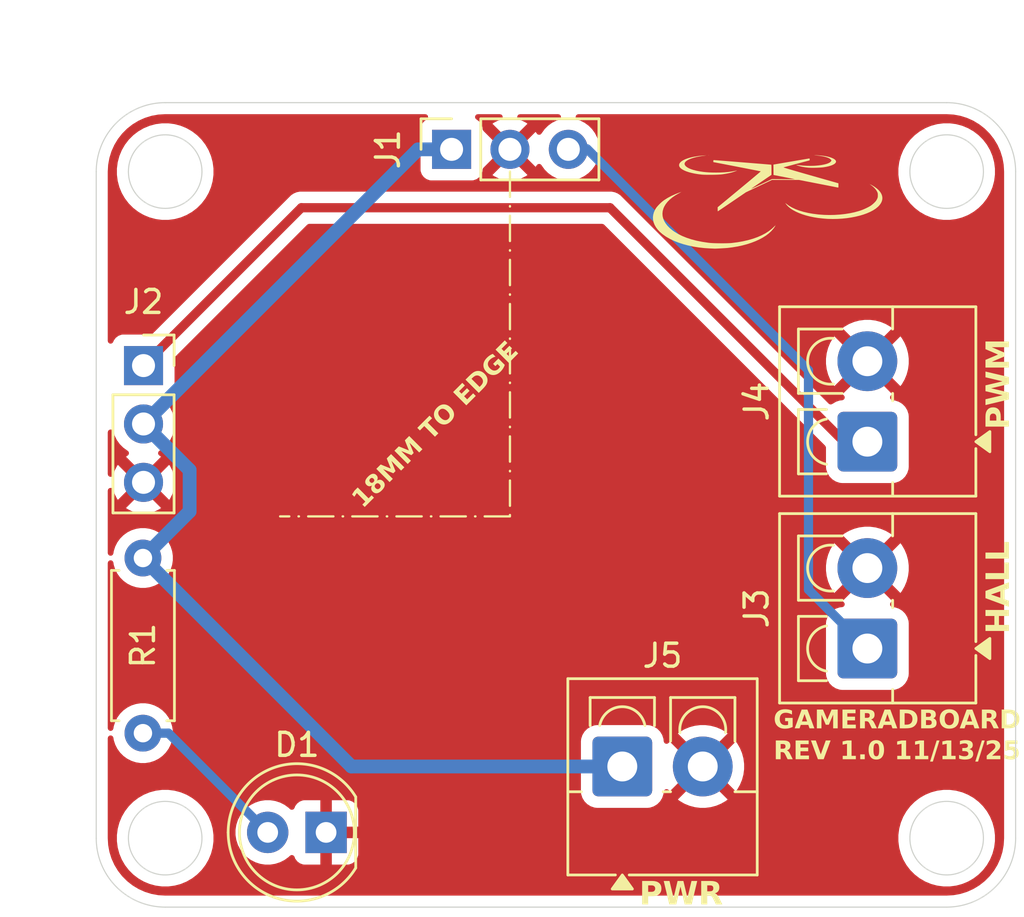
<source format=kicad_pcb>
(kicad_pcb (version 20241229) (generator "pcbnew") (generator_version "9.0")
  (layers (0 "F.Cu" signal) (2 "B.Cu" signal) (13 "F.Paste" user) (15 "B.Paste" user) (5 "F.SilkS" user "F.Silkscreen") (7 "B.SilkS" user "B.Silkscreen") (1 "F.Mask" user) (3 "B.Mask" user) (25 "Edge.Cuts" user))
  (net 0 "")
  (net 1 "GND")
  (net 2 "Net-(D1-A)")
  (net 3 "HALL")
  (net 4 "+5V")
  (net 5 "ESC")
  (footprint "TerminalBlock_4Ucon:TerminalBlock_4Ucon_1x02_P3.50mm_Vertical" (layer "F.Cu") (at 167.888 108.8815)
    (property "Reference" "J5" (at 1.75 -4.82 0) (layer "F.SilkS"))
    (property "Value" "Screw_Terminal_01x02")
    (fp_line (start -2.37 -3.82) (end -2.37 4.72) (stroke (width 0.12)) (layer "F.SilkS"))
    (fp_line (start -2.37 -3.82) (end 5.87 -3.82) (stroke (width 0.12)) (layer "F.SilkS"))
    (fp_line (start -2.37 1.1) (end -1.78 1.1) (stroke (width 0.12)) (layer "F.SilkS"))
    (fp_line (start -2.37 4.72) (end -0.3 4.72) (stroke (width 0.12)) (layer "F.SilkS"))
    (fp_line (start -1.4 -3) (end -1.4 -1.78) (stroke (width 0.12)) (layer "F.SilkS"))
    (fp_line (start -1.4 -3) (end 1.4 -3) (stroke (width 0.12)) (layer "F.SilkS"))
    (fp_line (start 0.3 4.72) (end 5.87 4.72) (stroke (width 0.12)) (layer "F.SilkS"))
    (fp_line (start 1.4 -3) (end 1.4 -1.78) (stroke (width 0.12)) (layer "F.SilkS"))
    (fp_line (start 1.78 1.1) (end 2.101 1.1) (stroke (width 0.12)) (layer "F.SilkS"))
    (fp_line (start 2.1 -3) (end 2.1 -1.099) (stroke (width 0.12)) (layer "F.SilkS"))
    (fp_line (start 2.1 -3) (end 4.9 -3) (stroke (width 0.12)) (layer "F.SilkS"))
    (fp_line (start 4.899 1.1) (end 5.87 1.1) (stroke (width 0.12)) (layer "F.SilkS"))
    (fp_line (start 4.9 -3) (end 4.9 -1.099) (stroke (width 0.12)) (layer "F.SilkS"))
    (fp_line (start 5.87 -3.82) (end 5.87 4.72) (stroke (width 0.12)) (layer "F.SilkS"))
    (fp_arc (start -0.984 -1.78) (mid 0 -2.6) (end 0.984 -1.78) (stroke (width 0.12)) (layer "F.SilkS"))
    (fp_arc (start 2.508 -1.478) (mid 3.5 -2.6) (end 4.492 -1.478) (stroke (width 0.12)) (layer "F.SilkS"))
    (fp_poly (pts (xy 0 4.72) (xy 0.44 5.33) (xy -0.44 5.33)) (stroke (width 0.12)) (fill yes) (layer "F.SilkS"))
    (pad "1" thru_hole roundrect (at 0 0) (size 2.6 2.6) (drill 1.3) (layers "*.Cu" "*.Mask") (roundrect_rratio 0.096154) (net 4 "+5V"))
    (pad "2" thru_hole circle (at 3.5 0) (size 2.6 2.6) (drill 1.3) (layers "*.Cu" "*.Mask") (net 1 "GND"))
  )
  (footprint "TerminalBlock_4Ucon:TerminalBlock_4Ucon_1x02_P3.50mm_Vertical" (layer "F.Cu") (at 179 102 90)
    (property "Reference" "J3" (at 0 -5.27 90) (layer "F.SilkS"))
    (property "Value" "Screw_Terminal_01x02")
    (fp_line (start 4.12 -4.27) (end 4.12 4.27) (stroke (width 0.12)) (layer "F.SilkS"))
    (fp_line (start -4.12 -4.27) (end 4.12 -4.27) (stroke (width 0.12)) (layer "F.SilkS"))
    (fp_line (start -4.12 -4.27) (end -4.12 4.27) (stroke (width 0.12)) (layer "F.SilkS"))
    (fp_line (start 3.15 -3.45) (end 3.15 -1.549) (stroke (width 0.12)) (layer "F.SilkS"))
    (fp_line (start 0.35 -3.45) (end 3.15 -3.45) (stroke (width 0.12)) (layer "F.SilkS"))
    (fp_line (start 0.35 -3.45) (end 0.35 -1.549) (stroke (width 0.12)) (layer "F.SilkS"))
    (fp_line (start -0.35 -3.45) (end -0.35 -2.23) (stroke (width 0.12)) (layer "F.SilkS"))
    (fp_line (start -3.15 -3.45) (end -0.35 -3.45) (stroke (width 0.12)) (layer "F.SilkS"))
    (fp_line (start -3.15 -3.45) (end -3.15 -2.23) (stroke (width 0.12)) (layer "F.SilkS"))
    (fp_line (start 3.149 0.65) (end 4.12 0.65) (stroke (width 0.12)) (layer "F.SilkS"))
    (fp_line (start 0.03 0.65) (end 0.351 0.65) (stroke (width 0.12)) (layer "F.SilkS"))
    (fp_line (start -4.12 0.65) (end -3.53 0.65) (stroke (width 0.12)) (layer "F.SilkS"))
    (fp_line (start -1.45 4.27) (end 4.12 4.27) (stroke (width 0.12)) (layer "F.SilkS"))
    (fp_line (start -4.12 4.27) (end -2.05 4.27) (stroke (width 0.12)) (layer "F.SilkS"))
    (fp_arc (start -2.734 -2.23) (mid -1.75 -3.05) (end -0.766 -2.23) (stroke (width 0.12)) (layer "F.SilkS"))
    (fp_arc (start 0.758 -1.928) (mid 1.75 -3.05) (end 2.742 -1.928) (stroke (width 0.12)) (layer "F.SilkS"))
    (fp_poly (pts (xy -1.75 4.27) (xy -1.31 4.88) (xy -2.19 4.88)) (stroke (width 0.12)) (fill yes) (layer "F.SilkS"))
    (pad "1" thru_hole roundrect (at -1.75 -0.45 90) (size 2.6 2.6) (drill 1.3) (layers "*.Cu" "*.Mask") (roundrect_rratio 0.096154) (net 3 "HALL"))
    (pad "2" thru_hole circle (at 1.75 -0.45 90) (size 2.6 2.6) (drill 1.3) (layers "*.Cu" "*.Mask") (net 1 "GND"))
  )
  (footprint "Connector_PinSocket_2.54mm:PinSocket_1x03_P2.54mm_Vertical" (layer "F.Cu") (at 147.057 91.44)
    (property "Reference" "J2" (at 0 -2.77 0) (layer "F.SilkS"))
    (property "Value" "Conn_01x03_Pin")
    (fp_line (start -1.33 1.27) (end -1.33 6.41) (stroke (width 0.12)) (layer "F.SilkS"))
    (fp_line (start -1.33 1.27) (end 1.33 1.27) (stroke (width 0.12)) (layer "F.SilkS"))
    (fp_line (start -1.33 6.41) (end 1.33 6.41) (stroke (width 0.12)) (layer "F.SilkS"))
    (fp_line (start 0 -1.33) (end 1.33 -1.33) (stroke (width 0.12)) (layer "F.SilkS"))
    (fp_line (start 1.33 -1.33) (end 1.33 0) (stroke (width 0.12)) (layer "F.SilkS"))
    (fp_line (start 1.33 1.27) (end 1.33 6.41) (stroke (width 0.12)) (layer "F.SilkS"))
    (pad "1" thru_hole rect (at 0 0) (size 1.7 1.7) (drill 1) (layers "*.Cu" "*.Mask") (net 5 "ESC"))
    (pad "2" thru_hole circle (at 0 2.54) (size 1.7 1.7) (drill 1) (layers "*.Cu" "*.Mask") (net 4 "+5V"))
    (pad "3" thru_hole circle (at 0 5.08) (size 1.7 1.7) (drill 1) (layers "*.Cu" "*.Mask") (net 1 "GND"))
  )
  (footprint "LED_THT:LED_D5.0mm" (layer "F.Cu") (at 155 111.75 180)
    (property "Reference" "D1" (at 1.27 3.81 0) (layer "F.SilkS"))
    (property "Value" "LED")
    (fp_line (start -1.29 -1.545) (end -1.29 1.545) (stroke (width 0.12)) (layer "F.SilkS"))
    (fp_arc (start 4.26 0) (mid 2.071779 2.880495) (end -1.29 1.54483) (stroke (width 0.12)) (layer "F.SilkS"))
    (fp_arc (start -1.29 -1.54483) (mid 2.071779 -2.880495) (end 4.26 0) (stroke (width 0.12)) (layer "F.SilkS"))
    (fp_circle (center 1.27 0) (end 3.77 0) (stroke (width 0.12)) (fill no) (layer "F.SilkS"))
    (pad "1" thru_hole rect (at 0 0 180) (size 1.8 1.8) (drill 0.9) (layers "*.Cu" "*.Mask") (net 1 "GND"))
    (pad "2" thru_hole circle (at 2.54 0 180) (size 1.8 1.8) (drill 0.9) (layers "*.Cu" "*.Mask") (net 2 "Net-(D1-A)"))
  )
  (footprint "Resistor_THT:R_Axial_DIN0207_L6.3mm_D2.5mm_P7.62mm_Horizontal" (layer "F.Cu") (at 147.032 107.432 90)
    (property "Reference" "R1" (at 3.81 0 90) (layer "F.SilkS"))
    (property "Value" "R")
    (fp_line (start 7.08 -1.37) (end 7.08 -1.04) (stroke (width 0.12)) (layer "F.SilkS"))
    (fp_line (start 0.54 -1.37) (end 7.08 -1.37) (stroke (width 0.12)) (layer "F.SilkS"))
    (fp_line (start 0.54 -1.04) (end 0.54 -1.37) (stroke (width 0.12)) (layer "F.SilkS"))
    (fp_line (start 0.54 1.04) (end 0.54 1.37) (stroke (width 0.12)) (layer "F.SilkS"))
    (fp_line (start 7.08 1.37) (end 7.08 1.04) (stroke (width 0.12)) (layer "F.SilkS"))
    (fp_line (start 0.54 1.37) (end 7.08 1.37) (stroke (width 0.12)) (layer "F.SilkS"))
    (pad "1" thru_hole circle (at 0 0 90) (size 1.6 1.6) (drill 0.8) (layers "*.Cu" "*.Mask") (net 2 "Net-(D1-A)"))
    (pad "2" thru_hole circle (at 7.62 0 90) (size 1.6 1.6) (drill 0.8) (layers "*.Cu" "*.Mask") (net 4 "+5V"))
  )
  (footprint "Connector_PinSocket_2.54mm:PinSocket_1x03_P2.54mm_Vertical" (layer "F.Cu") (at 163 82.032 90)
    (property "Reference" "J1" (at 0 -5.31 90) (layer "F.SilkS"))
    (property "Value" "Conn_01x03_Pin")
    (fp_line (start 1.33 -3.87) (end 1.33 -2.54) (stroke (width 0.12)) (layer "F.SilkS"))
    (fp_line (start 0 -3.87) (end 1.33 -3.87) (stroke (width 0.12)) (layer "F.SilkS"))
    (fp_line (start 1.33 -1.27) (end 1.33 3.87) (stroke (width 0.12)) (layer "F.SilkS"))
    (fp_line (start -1.33 -1.27) (end 1.33 -1.27) (stroke (width 0.12)) (layer "F.SilkS"))
    (fp_line (start -1.33 -1.27) (end -1.33 3.87) (stroke (width 0.12)) (layer "F.SilkS"))
    (fp_line (start -1.33 3.87) (end 1.33 3.87) (stroke (width 0.12)) (layer "F.SilkS"))
    (pad "1" thru_hole rect (at 0 -2.54 90) (size 1.7 1.7) (drill 1) (layers "*.Cu" "*.Mask") (net 4 "+5V"))
    (pad "2" thru_hole circle (at 0 0 90) (size 1.7 1.7) (drill 1) (layers "*.Cu" "*.Mask") (net 1 "GND"))
    (pad "3" thru_hole circle (at 0 2.54 90) (size 1.7 1.7) (drill 1) (layers "*.Cu" "*.Mask") (net 3 "HALL"))
  )
  (footprint "TerminalBlock_4Ucon:TerminalBlock_4Ucon_1x02_P3.50mm_Vertical" (layer "F.Cu") (at 179 93 90)
    (property "Reference" "J4" (at 0 -5.27 90) (layer "F.SilkS"))
    (property "Value" "Screw_Terminal_01x02")
    (fp_line (start 4.12 -4.27) (end 4.12 4.27) (stroke (width 0.12)) (layer "F.SilkS"))
    (fp_line (start -4.12 -4.27) (end 4.12 -4.27) (stroke (width 0.12)) (layer "F.SilkS"))
    (fp_line (start -4.12 -4.27) (end -4.12 4.27) (stroke (width 0.12)) (layer "F.SilkS"))
    (fp_line (start 3.15 -3.45) (end 3.15 -1.549) (stroke (width 0.12)) (layer "F.SilkS"))
    (fp_line (start 0.35 -3.45) (end 3.15 -3.45) (stroke (width 0.12)) (layer "F.SilkS"))
    (fp_line (start 0.35 -3.45) (end 0.35 -1.549) (stroke (width 0.12)) (layer "F.SilkS"))
    (fp_line (start -0.35 -3.45) (end -0.35 -2.23) (stroke (width 0.12)) (layer "F.SilkS"))
    (fp_line (start -3.15 -3.45) (end -0.35 -3.45) (stroke (width 0.12)) (layer "F.SilkS"))
    (fp_line (start -3.15 -3.45) (end -3.15 -2.23) (stroke (width 0.12)) (layer "F.SilkS"))
    (fp_line (start 3.149 0.65) (end 4.12 0.65) (stroke (width 0.12)) (layer "F.SilkS"))
    (fp_line (start 0.03 0.65) (end 0.351 0.65) (stroke (width 0.12)) (layer "F.SilkS"))
    (fp_line (start -4.12 0.65) (end -3.53 0.65) (stroke (width 0.12)) (layer "F.SilkS"))
    (fp_line (start -1.45 4.27) (end 4.12 4.27) (stroke (width 0.12)) (layer "F.SilkS"))
    (fp_line (start -4.12 4.27) (end -2.05 4.27) (stroke (width 0.12)) (layer "F.SilkS"))
    (fp_arc (start -2.734 -2.23) (mid -1.75 -3.05) (end -0.766 -2.23) (stroke (width 0.12)) (layer "F.SilkS"))
    (fp_arc (start 0.758 -1.928) (mid 1.75 -3.05) (end 2.742 -1.928) (stroke (width 0.12)) (layer "F.SilkS"))
    (fp_poly (pts (xy -1.75 4.27) (xy -1.31 4.88) (xy -2.19 4.88)) (stroke (width 0.12)) (fill yes) (layer "F.SilkS"))
    (pad "1" thru_hole roundrect (at -1.75 -0.45 90) (size 2.6 2.6) (drill 1.3) (layers "*.Cu" "*.Mask") (roundrect_rratio 0.096154) (net 5 "ESC"))
    (pad "2" thru_hole circle (at 1.75 -0.45 90) (size 2.6 2.6) (drill 1.3) (layers "*.Cu" "*.Mask") (net 1 "GND"))
  )
  (footprint "LOGO" (layer "F.Cu") (at 174.21 84.318)
    (property "Reference" "G***" (hide yes))
    (property "Value" "LOGO" (hide yes))
    (fp_poly (pts (xy -3.73979 -0.434638) (xy -3.744567 -0.429862) (xy -3.749343 -0.434638) (xy -3.744567 -0.439414)) (fill yes) (layer "F.SilkS") (net 673789486))
    (fp_poly (pts (xy 0.358216 0.998232) (xy 0.35344 1.003008) (xy 0.348664 0.998232) (xy 0.35344 0.993455)) (fill yes) (layer "F.SilkS") (net 673789486))
    (fp_poly (pts (xy 4.427566 -0.778527) (xy 4.42279 -0.77375) (xy 4.418013 -0.778527) (xy 4.42279 -0.783303)) (fill yes) (layer "F.SilkS") (net 673789486))
    (fp_poly (pts (xy 4.446671 -0.768974) (xy 4.441895 -0.764198) (xy 4.437118 -0.768974) (xy 4.441895 -0.77375)) (fill yes) (layer "F.SilkS") (net 673789486))
    (fp_poly (pts (xy -2.552897 -2.031449) (xy -2.551697 -2.027963) (xy -2.564837 -2.026631) (xy -2.578398 -2.028132) (xy -2.576778 -2.031449) (xy -2.557221 -2.032711)) (fill yes) (layer "F.SilkS") (net 673789486))
    (fp_poly (pts (xy 2.087792 -2.032029) (xy 2.139351 -2.029499) (xy 2.206602 -2.025548) (xy 2.216171 -2.024947) (xy 2.376697 -2.010994) (xy 2.519984 -1.990442) (xy 2.646775 -1.963133) (xy 2.75782 -1.928905) (xy 2.851182 -1.888949) (xy 2.909939 -1.854153) (xy 2.950125 -1.818373) (xy 2.97222 -1.782065) (xy 2.976704 -1.745681) (xy 2.964058 -1.709674) (xy 2.934761 -1.6745) (xy 2.889294 -1.640612) (xy 2.828136 -1.608463) (xy 2.751767 -1.578506) (xy 2.660668 -1.551197) (xy 2.555319 -1.526988) (xy 2.448317 -1.508165) (xy 2.39063 -1.501145) (xy 2.318117 -1.495148) (xy 2.235037 -1.490284) (xy 2.145648 -1.486663) (xy 2.054208 -1.484391) (xy 1.964975 -1.483579) (xy 1.882207 -1.484335) (xy 1.810161 -1.486768) (xy 1.757652 -1.490517) (xy 1.627095 -1.506581) (xy 1.506293 -1.527585) (xy 1.398027 -1.552946) (xy 1.305076 -1.582075) (xy 1.282401 -1.590736) (xy 1.252947 -1.602859) (xy 1.240209 -1.609312) (xy 1.242982 -1.611049) (xy 1.259102 -1.609166) (xy 1.404779 -1.59083) (xy 1.559185 -1.57757) (xy 1.716486 -1.569619) (xy 1.87085 -1.567213) (xy 2.016442 -1.570587) (xy 2.096765 -1.575452) (xy 2.227953 -1.588084) (xy 2.347523 -1.604727) (xy 2.454411 -1.625068) (xy 2.547551 -1.648796) (xy 2.625882 -1.6756) (xy 2.688338 -1.705169) (xy 2.733856 -1.737191) (xy 2.760487 -1.769687) (xy 2.779417 -1.804483) (xy 2.759572 -1.831219) (xy 2.720707 -1.8693) (xy 2.663409 -1.903923) (xy 2.588051 -1.934975) (xy 2.495009 -1.962344) (xy 2.384658 -1.985916) (xy 2.257375 -2.005578) (xy 2.134975 -2.019244) (xy 2.082254 -2.024534) (xy 2.04812 -2.028606) (xy 2.032089 -2.031425) (xy 2.033679 -2.032958) (xy 2.052407 -2.03317)) (fill yes) (layer "F.SilkS") (net 673789486))
    (fp_poly (pts (xy -2.665292 -2.022135) (xy -2.668904 -2.020918) (xy -2.687861 -2.01847) (xy -2.717677 -2.01508) (xy -2.861596 -1.99629) (xy -2.996151 -1.973316) (xy -3.120288 -1.946557) (xy -3.232954 -1.916412) (xy -3.333096 -1.883279) (xy -3.41966 -1.847558) (xy -3.491593 -1.809647) (xy -3.547841 -1.769947) (xy -3.587351 -1.728854) (xy -3.609069 -1.686769) (xy -3.611523 -1.676534) (xy -3.610343 -1.632291) (xy -3.590871 -1.58862) (xy -3.553922 -1.545998) (xy -3.500308 -1.504906) (xy -3.430844 -1.465824) (xy -3.346343 -1.42923) (xy -3.247619 -1.395604) (xy -3.135484 -1.365425) (xy -3.052904 -1.347302) (xy -2.9285 -1.32438) (xy -2.805827 -1.306372) (xy -2.680822 -1.292922) (xy -2.549424 -1.283676) (xy -2.407573 -1.27828) (xy -2.251207 -1.27638) (xy -2.240054 -1.276369) (xy -2.052276 -1.278938) (xy -1.879799 -1.286969) (xy -1.719535 -1.300735) (xy -1.568396 -1.320512) (xy -1.423295 -1.346571) (xy -1.404321 -1.350518) (xy -1.371209 -1.357046) (xy -1.346383 -1.361054) (xy -1.334791 -1.361757) (xy -1.33456 -1.361625) (xy -1.341035 -1.356959) (xy -1.362259 -1.347919) (xy -1.394712 -1.335726) (xy -1.434876 -1.321601) (xy -1.47923 -1.306764) (xy -1.524257 -1.292437) (xy -1.566437 -1.279841) (xy -1.58571 -1.274479) (xy -1.69103 -1.249153) (xy -1.811266 -1.225646) (xy -1.942259 -1.204741) (xy -1.99169 -1.197945) (xy -2.045288 -1.19247) (xy -2.114547 -1.187825) (xy -2.196039 -1.184045) (xy -2.286335 -1.181165) (xy -2.382007 -1.179218) (xy -2.479628 -1.178242) (xy -2.57577 -1.178269) (xy -2.667004 -1.179334) (xy -2.749904 -1.181474) (xy -2.821039 -1.184721) (xy -2.875699 -1.188977) (xy -3.028773 -1.207815) (xy -3.171846 -1.231397) (xy -3.303968 -1.259349) (xy -3.42419 -1.291297) (xy -3.531565 -1.326867) (xy -3.625143 -1.365685) (xy -3.703977 -1.407377) (xy -3.767116 -1.451569) (xy -3.813614 -1.497887) (xy -3.842521 -1.545957) (xy -3.850658 -1.57343) (xy -3.850841 -1.624279) (xy -3.832605 -1.674024) (xy -3.796623 -1.722251) (xy -3.743568 -1.768548) (xy -3.674112 -1.812502) (xy -3.58893 -1.853701) (xy -3.488694 -1.891732) (xy -3.374078 -1.926183) (xy -3.245753 -1.95664) (xy -3.21552 -1.962809) (xy -3.00533 -1.997705) (xy -2.805273 -2.017038) (xy -2.755887 -2.019471) (xy -2.707848 -2.021304) (xy -2.677961 -2.022228)) (fill yes) (layer "F.SilkS") (net 673789486))
    (fp_poly (pts (xy 4.470225 -0.759512) (xy 4.493158 -0.748916) (xy 4.525621 -0.731782) (xy 4.564299 -0.709942) (xy 4.60588 -0.685223) (xy 4.64705 -0.659457) (xy 4.656825 -0.653109) (xy 4.758369 -0.57892) (xy 4.841881 -0.501496) (xy 4.907266 -0.421424) (xy 4.954427 -0.339288) (xy 4.98327 -0.255675) (xy 4.993699 -0.17117) (xy 4.985618 -0.086358) (xy 4.958933 -0.001825) (xy 4.913547 0.081843) (xy 4.849365 0.164062) (xy 4.79845 0.215585) (xy 4.703041 0.293675) (xy 4.590529 0.366694) (xy 4.462318 0.434304) (xy 4.319813 0.496171) (xy 4.164421 0.551958) (xy 3.997547 0.601329) (xy 3.820594 0.643948) (xy 3.63497 0.679478) (xy 3.442078 0.707584) (xy 3.243324 0.72793) (xy 3.040114 0.740179) (xy 2.833852 0.743996) (xy 2.625944 0.739043) (xy 2.612598 0.738419) (xy 2.581448 0.736494) (xy 2.536202 0.733142) (xy 2.481783 0.728755) (xy 2.423112 0.723722) (xy 2.390165 0.720762) (xy 2.198393 0.698935) (xy 2.013029 0.669365) (xy 1.835259 0.632522) (xy 1.666271 0.588874) (xy 1.507253 0.538894) (xy 1.359392 0.483049) (xy 1.223877 0.421811) (xy 1.101894 0.355649) (xy 0.994632 0.285032) (xy 0.903277 0.210432) (xy 0.829018 0.132318) (xy 0.797668 0.090631) (xy 0.765004 0.042985) (xy 0.812362 0.082007) (xy 0.928873 0.167187) (xy 1.062396 0.244978) (xy 1.212232 0.315151) (xy 1.377681 0.377474) (xy 1.558043 0.431719) (xy 1.752618 0.477656) (xy 1.960707 0.515056) (xy 2.181608 0.543688) (xy 2.235903 0.549176) (xy 2.461722 0.565257) (xy 2.690261 0.570834) (xy 2.91887 0.566169) (xy 3.1449 0.55152) (xy 3.365703 0.52715) (xy 3.578628 0.493317) (xy 3.781028 0.450281) (xy 3.970253 0.398304) (xy 4.054638 0.370597) (xy 4.129304 0.342546) (xy 4.210088 0.308587) (xy 4.291935 0.27111) (xy 4.369792 0.232507) (xy 4.438603 0.195168) (xy 4.484881 0.167074) (xy 4.522005 0.140356) (xy 4.565926 0.104878) (xy 4.610401 0.065846) (xy 4.639837 0.037893) (xy 4.681163 -0.004643) (xy 4.711615 -0.04049) (xy 4.735192 -0.074946) (xy 4.755897 -0.113309) (xy 4.759243 -0.120233) (xy 4.776349 -0.15738) (xy 4.786983 -0.18619) (xy 4.792674 -0.213721) (xy 4.794948 -0.247034) (xy 4.795336 -0.28707) (xy 4.794853 -0.331081) (xy 4.792368 -0.362969) (xy 4.786321 -0.389712) (xy 4.775157 -0.418285) (xy 4.75802 -0.454238) (xy 4.723678 -0.51131) (xy 4.676356 -0.57192) (xy 4.620341 -0.631434) (xy 4.55992 -0.685219) (xy 4.511006 -0.721196) (xy 4.484303 -0.739739) (xy 4.466067 -0.754193) (xy 4.460027 -0.761586) (xy 4.460134 -0.761741)) (fill yes) (layer "F.SilkS") (net 673789486))
    (fp_poly (pts (xy -3.766541 -0.425506) (xy -3.7857 -0.414136) (xy -3.816017 -0.397239) (xy -3.854597 -0.376461) (xy -3.862304 -0.372378) (xy -4.009179 -0.287841) (xy -4.140463 -0.197866) (xy -4.255566 -0.103032) (xy -4.353895 -0.003921) (xy -4.434859 0.098888) (xy -4.497869 0.204815) (xy -4.53292 0.285773) (xy -4.563604 0.395991) (xy -4.575418 0.50603) (xy -4.568592 0.615405) (xy -4.543357 0.723625) (xy -4.499945 0.830204) (xy -4.438588 0.934652) (xy -4.359516 1.036482) (xy -4.26296 1.135204) (xy -4.149153 1.230332) (xy -4.053031 1.298747) (xy -3.890962 1.396502) (xy -3.712762 1.484577) (xy -3.518847 1.562839) (xy -3.309634 1.631157) (xy -3.08554 1.689398) (xy -2.84698 1.73743) (xy -2.594373 1.77512) (xy -2.526627 1.783189) (xy -2.468129 1.788372) (xy -2.394044 1.792691) (xy -2.307727 1.796128) (xy -2.212531 1.798666) (xy -2.11181 1.800288) (xy -2.008918 1.800976) (xy -1.907208 1.800713) (xy -1.810034 1.799483) (xy -1.720749 1.797266) (xy -1.642709 1.794048) (xy -1.579265 1.789809) (xy -1.561829 1.788155) (xy -1.311575 1.756352) (xy -1.073992 1.714698) (xy -0.849616 1.663395) (xy -0.638983 1.602648) (xy -0.442628 1.532662) (xy -0.261089 1.453639) (xy -0.0949 1.365785) (xy 0.055402 1.269303) (xy 0.189282 1.164398) (xy 0.267907 1.091125) (xy 0.301993 1.057236) (xy 0.324309 1.035934) (xy 0.336428 1.026129) (xy 0.339921 1.026733) (xy 0.336361 1.036657) (xy 0.331127 1.047359) (xy 0.316337 1.07275) (xy 0.293625 1.107344) (xy 0.266881 1.145326) (xy 0.254181 1.162485) (xy 0.164253 1.267422) (xy 0.056753 1.367471) (xy -0.067314 1.462207) (xy -0.206943 1.551203) (xy -0.361131 1.634033) (xy -0.528871 1.710271) (xy -0.709161 1.779491) (xy -0.900994 1.841267) (xy -1.103366 1.895173) (xy -1.315273 1.940782) (xy -1.535709 1.977668) (xy -1.723433 2.001248) (xy -1.760438 2.004685) (xy -1.809804 2.008495) (xy -1.868531 2.012519) (xy -1.933617 2.016598) (xy -2.002061 2.020573) (xy -2.070861 2.024284) (xy -2.137016 2.027574) (xy -2.197525 2.030283) (xy -2.249385 2.032251) (xy -2.289596 2.03332) (xy -2.315156 2.033331) (xy -2.32125 2.032926) (xy -2.333435 2.032151) (xy -2.361524 2.030775) (xy -2.402327 2.028943) (xy -2.452657 2.026797) (xy -2.507523 2.024552) (xy -2.753745 2.008879) (xy -2.994908 1.982043) (xy -3.229503 1.944458) (xy -3.45602 1.896534) (xy -3.672951 1.838683) (xy -3.878785 1.771317) (xy -4.072015 1.694848) (xy -4.25113 1.609686) (xy -4.414623 1.516243) (xy -4.446673 1.495709) (xy -4.575373 1.4037) (xy -4.687093 1.30734) (xy -4.781643 1.207207) (xy -4.85883 1.103877) (xy -4.918462 0.997928) (xy -4.96035 0.889936) (xy -4.9843 0.780479) (xy -4.990121 0.670133) (xy -4.977622 0.559475) (xy -4.946612 0.449082) (xy -4.896898 0.339531) (xy -4.854065 0.268446) (xy -4.816035 0.217465) (xy -4.765961 0.159708) (xy -4.707698 0.098994) (xy -4.645101 0.039144) (xy -4.582023 -0.016024) (xy -4.522319 -0.06269) (xy -4.51354 -0.06897) (xy -4.358702 -0.168718) (xy -4.189876 -0.259296) (xy -4.005659 -0.341417) (xy -3.885619 -0.387484) (xy -3.841383 -0.40332) (xy -3.803657 -0.416439) (xy -3.776047 -0.425616) (xy -3.762161 -0.429623) (xy -3.761436 -0.429703)) (fill yes) (layer "F.SilkS") (net 673789486))
    (fp_poly (pts (xy 1.826658 -1.882845) (xy 1.828997 -1.861232) (xy 1.829296 -1.848402) (xy 1.828621 -1.822755) (xy 1.826916 -1.80738) (xy 1.825904 -1.805416) (xy 1.815624 -1.80302) (xy 1.788838 -1.796176) (xy 1.747488 -1.785404) (xy 1.693517 -1.771222) (xy 1.628866 -1.754149) (xy 1.555477 -1.734704) (xy 1.475294 -1.713405) (xy 1.390258 -1.69077) (xy 1.302311 -1.66732) (xy 1.213395 -1.643572) (xy 1.125453 -1.620046) (xy 1.040427 -1.597259) (xy 0.960259 -1.57573) (xy 0.886892 -1.555979) (xy 0.822266 -1.538524) (xy 0.768326 -1.523884) (xy 0.727012 -1.512577) (xy 0.700267 -1.505122) (xy 0.690133 -1.502084) (xy 0.696535 -1.498373) (xy 0.72113 -1.489638) (xy 0.763694 -1.475944) (xy 0.824006 -1.457357) (xy 0.901843 -1.433943) (xy 0.996984 -1.405767) (xy 1.109205 -1.372894) (xy 1.238284 -1.33539) (xy 1.384 -1.293321) (xy 1.54613 -1.246752) (xy 1.724451 -1.195748) (xy 1.877026 -1.152249) (xy 3.080668 -0.809537) (xy 3.080668 -0.714189) (xy 3.080508 -0.670935) (xy 3.079504 -0.643493) (xy 3.076868 -0.628573) (xy 3.071817 -0.62288) (xy 3.063564 -0.623124) (xy 3.059175 -0.62415) (xy 3.046787 -0.626729) (xy 3.01702 -0.632685) (xy 2.971249 -0.641747) (xy 2.91085 -0.653648) (xy 2.837197 -0.668116) (xy 2.751665 -0.684883) (xy 2.65563 -0.703679) (xy 2.550467 -0.724234) (xy 2.437551 -0.746279) (xy 2.318256 -0.769544) (xy 2.201177 -0.792354) (xy 1.364672 -0.955247) (xy 0.776969 -0.955247) (xy 0.189265 -0.955247) (xy -0.378215 -0.686366) (xy -0.945695 -0.417484) (xy -1.553782 -0.003364) (xy -1.650364 0.062361) (xy -1.74236 0.124871) (xy -1.828553 0.183343) (xy -1.907724 0.236957) (xy -1.978656 0.284889) (xy -2.040129 0.326318) (xy -2.090925 0.360422) (xy -2.129827 0.386379) (xy -2.155615 0.403366) (xy -2.167072 0.410563) (xy -2.167528 0.410755) (xy -2.169976 0.4019) (xy -2.17189 0.378121) (xy -2.173007 0.343597) (xy -2.173186 0.321318) (xy -2.173186 0.231881) (xy -1.23321 -0.545568) (xy -1.116926 -0.641829) (xy -1.004876 -0.734747) (xy -0.897927 -0.823596) (xy -0.796944 -0.90765) (xy -0.702794 -0.986182) (xy -0.616342 -1.058465) (xy -0.538454 -1.123775) (xy -0.469997 -1.181384) (xy -0.411836 -1.230565) (xy -0.364839 -1.270594) (xy -0.329869 -1.300742) (xy -0.307795 -1.320285) (xy -0.299481 -1.328495) (xy -0.299457 -1.328693) (xy -0.30924 -1.331043) (xy -0.336315 -1.336721) (xy -0.379214 -1.34544) (xy -0.436469 -1.356915) (xy -0.50661 -1.370861) (xy -0.58817 -1.386991) (xy -0.679681 -1.405021) (xy -0.779673 -1.424664) (xy -0.886679 -1.445635) (xy -0.999231 -1.467648) (xy -1.11586 -1.490418) (xy -1.235098 -1.513659) (xy -1.355477 -1.537085) (xy -1.475528 -1.560411) (xy -1.593783 -1.583351) (xy -1.708774 -1.60562) (xy -1.819032 -1.626931) (xy -1.923089 -1.647) (xy -2.019477 -1.66554) (xy -2.106728 -1.682266) (xy -2.183373 -1.696892) (xy -2.247944 -1.709133) (xy -2.298972 -1.718703) (xy -2.33499 -1.725317) (xy -2.354529 -1.728688) (xy -2.357595 -1.729071) (xy -2.361521 -1.737558) (xy -2.3629 -1.759241) (xy -2.362371 -1.774371) (xy -2.359994 -1.801666) (xy -2.354794 -1.814727) (xy -2.342727 -1.818387) (xy -2.326026 -1.817828) (xy -2.30597 -1.816463) (xy -2.268975 -1.813721) (xy -2.21641 -1.809711) (xy -2.149645 -1.804542) (xy -2.07005 -1.798325) (xy -1.978995 -1.791169) (xy -1.877851 -1.783185) (xy -1.767986 -1.774482) (xy -1.650771 -1.765171) (xy -1.527577 -1.755361) (xy -1.399771 -1.745163) (xy -1.268726 -1.734686) (xy -1.135809 -1.724039) (xy -1.002393 -1.713335) (xy -0.869846 -1.702681) (xy -0.739538 -1.692188) (xy -0.612839 -1.681966) (xy -0.49112 -1.672125) (xy -0.37575 -1.662775) (xy -0.268098 -1.654025) (xy -0.169536 -1.645987) (xy -0.081433 -1.638769) (xy -0.005158 -1.632482) (xy 0.057918 -1.627235) (xy 0.106425 -1.623139) (xy 0.138994 -1.620303) (xy 0.154254 -1.618838) (xy 0.155227 -1.618693) (xy 0.159278 -1.612762) (xy 0.162378 -1.596628) (xy 0.164621 -1.568506) (xy 0.166103 -1.526613) (xy 0.16692 -1.469164) (xy 0.167167 -1.395493) (xy 0.167167 -1.17602) (xy -0.260306 -0.884842) (xy -0.341566 -0.829455) (xy -0.41847 -0.776968) (xy -0.489493 -0.728426) (xy -0.553109 -0.684875) (xy -0.607795 -0.64736) (xy -0.652027 -0.616926) (xy -0.68428 -0.594619) (xy -0.70303 -0.581482) (xy -0.706883 -0.578665) (xy -0.710986 -0.57481) (xy -0.709374 -0.573937) (xy -0.70095 -0.576545) (xy -0.684619 -0.583132) (xy -0.659286 -0.594197) (xy -0.623856 -0.61024) (xy -0.577233 -0.63176) (xy -0.518323 -0.659255) (xy -0.446029 -0.693224) (xy -0.359257 -0.734168) (xy -0.256911 -0.782583) (xy -0.196972 -0.810974) (xy 0.188757 -0.993733) (xy 0.691407 -0.989119) (xy 0.786834 -0.988328) (xy 0.875805 -0.987753) (xy 0.956623 -0.987394) (xy 1.027592 -0.987252) (xy 1.087016 -0.987326) (xy 1.133197 -0.987615) (xy 1.16444 -0.988119) (xy 1.179048 -0.988837) (xy 1.179728 -0.989235) (xy 1.167728 -0.991958) (xy 1.138853 -0.99794) (xy 1.094986 -1.006807) (xy 1.038008 -1.018184) (xy 0.969801 -1.031698) (xy 0.892246 -1.046975) (xy 0.807227 -1.063639) (xy 0.716624 -1.081319) (xy 0.711658 -1.082285) (xy 0.257916 -1.170606) (xy 0.255356 -1.396466) (xy 0.252797 -1.622326) (xy 0.279238 -1.627717) (xy 0.293586 -1.630339) (xy 0.324652 -1.6358) (xy 0.370725 -1.643809) (xy 0.430095 -1.654072) (xy 0.50105 -1.666298) (xy 0.581882 -1.680195) (xy 0.670879 -1.69547) (xy 0.766331 -1.711831) (xy 0.866526 -1.728987) (xy 0.969756 -1.746644) (xy 1.074309 -1.76451) (xy 1.178475 -1.782294) (xy 1.280543 -1.799704) (xy 1.378804 -1.816446) (xy 1.471545 -1.832229) (xy 1.557058 -1.846761) (xy 1.633631 -1.859749) (xy 1.699554 -1.870902) (xy 1.753117 -1.879927) (xy 1.792608 -1.886531) (xy 1.816319 -1.890423) (xy 1.822759 -1.891389)) (fill yes) (layer "F.SilkS") (net 673789486))
  )
  (gr_line (start 163 98) (end 153 98) (stroke (width 0.1) (type dash_dot)) (layer "F.SilkS"))
  (gr_line (start 163 83) (end 163 98) (stroke (width 0.1) (type dash_dot)) (layer "F.SilkS"))
  (gr_line (start 185 83) (end 185 112) (stroke (width 0.05)) (layer "Edge.Cuts"))
  (gr_circle (center 182 112) (end 183.6 112) (stroke (width 0.05)) (fill no) (layer "Edge.Cuts"))
  (gr_line (start 145 112) (end 145 83) (stroke (width 0.05)) (layer "Edge.Cuts"))
  (gr_arc (start 148 115) (mid 145.87868 114.12132) (end 145 112) (stroke (width 0.05)) (layer "Edge.Cuts"))
  (gr_arc (start 185 112) (mid 184.12132 114.12132) (end 182 115) (stroke (width 0.05)) (layer "Edge.Cuts"))
  (gr_circle (center 148 83) (end 149.6 83) (stroke (width 0.05)) (fill no) (layer "Edge.Cuts"))
  (gr_line (start 182 115) (end 148 115) (stroke (width 0.05)) (layer "Edge.Cuts"))
  (gr_circle (center 148 112) (end 149.6 112) (stroke (width 0.05)) (fill no) (layer "Edge.Cuts"))
  (gr_arc (start 182 80) (mid 184.12132 80.87868) (end 185 83) (stroke (width 0.05)) (layer "Edge.Cuts"))
  (gr_line (start 148 80) (end 182 80) (stroke (width 0.05)) (layer "Edge.Cuts"))
  (gr_arc (start 145 83) (mid 145.87868 80.87868) (end 148 80) (stroke (width 0.05)) (layer "Edge.Cuts"))
  (gr_circle (center 182 83) (end 183.6 83) (stroke (width 0.05)) (fill no) (layer "Edge.Cuts"))
  (gr_text "GAMERADBOARD\nREV 1.0 11/13/25" (at 174.464 108.702 0) (layer "F.SilkS") (effects (font (size 0.8 0.8) (thickness 0.1)) (justify left bottom)))
  (gr_text "PWM" (at 184.878 94.224 90) (layer "F.SilkS") (effects (font (size 1 1) (thickness 0.1)) (justify left bottom)))
  (gr_text "HALL\n" (at 184.878 103.114 90) (layer "F.SilkS") (effects (font (size 1 1) (thickness 0.1)) (justify left bottom)))
  (gr_text "18MM TO EDGE" (at 156.684 97.78 45) (layer "F.SilkS") (effects (font (size 0.8 0.8) (thickness 0.1)) (justify left bottom)))
  (gr_text "PWR" (at 168.622 115.052 0) (layer "F.SilkS") (effects (font (size 1 1) (thickness 0.1)) (justify left bottom)))
  (segment (start 148.142 107.432) (end 147.032 107.432) (width 0.4) (layer "B.Cu") (net 2))
  (segment (start 152.46 111.75) (end 148.142 107.432) (width 0.4) (layer "B.Cu") (net 2))
  (segment (start 175.988 101.188) (end 178.55 103.75) (width 0.4) (layer "B.Cu") (net 3))
  (segment (start 166.351 82.007) (end 175.988 91.644) (width 0.4) (layer "B.Cu") (net 3))
  (segment (start 175.988 91.644) (end 175.988 101.188) (width 0.4) (layer "B.Cu") (net 3))
  (segment (start 147.032 99.812) (end 156.1015 108.8815) (width 0.6) (layer "B.Cu") (net 4))
  (segment (start 149.064 97.78) (end 149.064 95.987) (width 0.6) (layer "B.Cu") (net 4))
  (segment (start 159.005 82.032) (end 147.057 93.98) (width 0.6) (layer "B.Cu") (net 4))
  (segment (start 160.46 82.032) (end 159.005 82.032) (width 0.6) (layer "B.Cu") (net 4))
  (segment (start 147.032 99.812) (end 149.064 97.78) (width 0.6) (layer "B.Cu") (net 4))
  (segment (start 149.064 95.987) (end 147.057 93.98) (width 0.6) (layer "B.Cu") (net 4))
  (segment (start 156.1015 108.8815) (end 167.888 108.8815) (width 0.6) (layer "B.Cu") (net 4))
  (segment (start 177.53 94.75) (end 167.352 84.572) (width 0.4) (layer "F.Cu") (net 5))
  (segment (start 153.925 84.572) (end 147.057 91.44) (width 0.4) (layer "F.Cu") (net 5))
  (segment (start 178.55 94.75) (end 177.53 94.75) (width 0.4) (layer "F.Cu") (net 5))
  (segment (start 167.352 84.572) (end 153.925 84.572) (width 0.4) (layer "F.Cu") (net 5))
  (zone (net 1) (net_name "GND") (layer "F.Cu") (connect_pads (clearance 0.5)) (min_thickness 0.25) (fill yes (thermal_gap 0.5) (thermal_bridge_width 0.5))
    (polygon (pts (xy 185.386 79.746) (xy 144.746 79.746) (xy 144.746 115.306) (xy 185.386 115.306)))
  )
)
</source>
